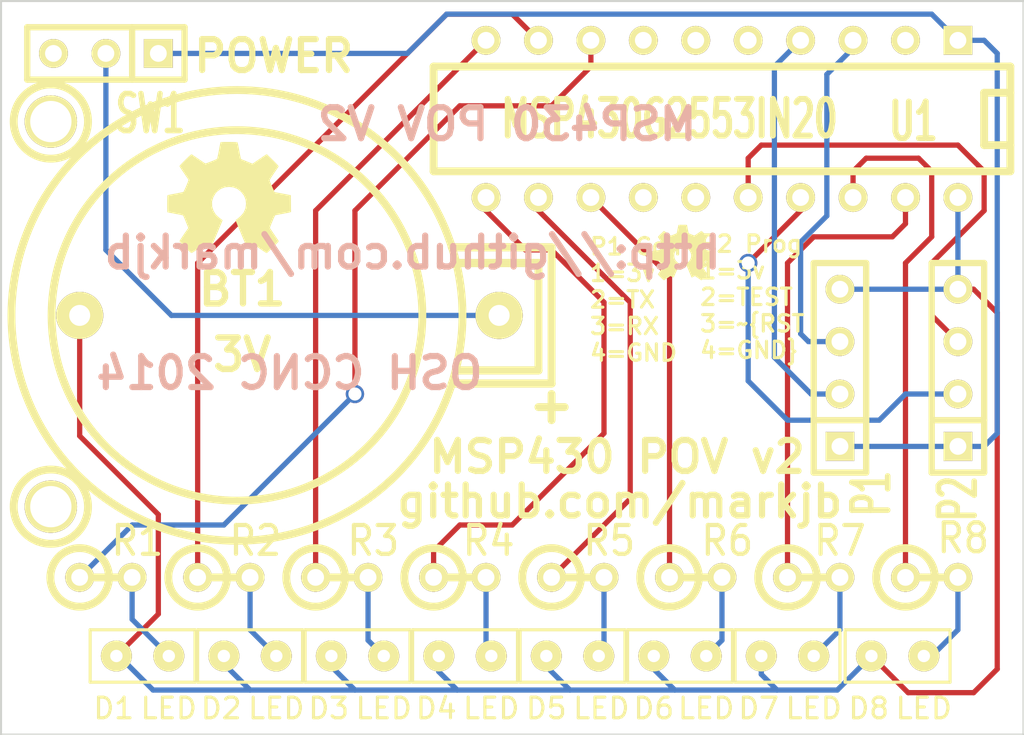
<source format=kicad_pcb>
(kicad_pcb (version 3) (host pcbnew "(2013-07-07 BZR 4022)-stable")

  (general
    (links 35)
    (no_connects 0)
    (area 86.134223 55.829999 135.940001 91.490001)
    (thickness 1.6)
    (drawings 13)
    (tracks 134)
    (zones 0)
    (modules 25)
    (nets 24)
  )

  (page A3)
  (layers
    (15 F.Cu signal)
    (0 B.Cu signal)
    (16 B.Adhes user hide)
    (17 F.Adhes user hide)
    (18 B.Paste user hide)
    (19 F.Paste user hide)
    (20 B.SilkS user)
    (21 F.SilkS user)
    (22 B.Mask user)
    (23 F.Mask user)
    (24 Dwgs.User user hide)
    (25 Cmts.User user hide)
    (26 Eco1.User user hide)
    (27 Eco2.User user hide)
    (28 Edge.Cuts user)
  )

  (setup
    (last_trace_width 0.254)
    (trace_clearance 0.254)
    (zone_clearance 0.508)
    (zone_45_only no)
    (trace_min 0.254)
    (segment_width 0.4)
    (edge_width 0.1)
    (via_size 0.889)
    (via_drill 0.635)
    (via_min_size 0.889)
    (via_min_drill 0.508)
    (uvia_size 0.508)
    (uvia_drill 0.127)
    (uvias_allowed no)
    (uvia_min_size 0.508)
    (uvia_min_drill 0.127)
    (pcb_text_width 0.3)
    (pcb_text_size 1.5 1.5)
    (mod_edge_width 0.2)
    (mod_text_size 1 1)
    (mod_text_width 0.15)
    (pad_size 2.54 2.54)
    (pad_drill 2)
    (pad_to_mask_clearance 0)
    (aux_axis_origin 0 0)
    (visible_elements FFFFFFBF)
    (pcbplotparams
      (layerselection 284196865)
      (usegerberextensions true)
      (excludeedgelayer false)
      (linewidth 0.150000)
      (plotframeref false)
      (viasonmask false)
      (mode 1)
      (useauxorigin false)
      (hpglpennumber 1)
      (hpglpenspeed 20)
      (hpglpendiameter 15)
      (hpglpenoverlay 2)
      (psnegative false)
      (psa4output false)
      (plotreference true)
      (plotvalue true)
      (plotothertext true)
      (plotinvisibletext false)
      (padsonsilk false)
      (subtractmaskfromsilk true)
      (outputformat 1)
      (mirror false)
      (drillshape 0)
      (scaleselection 1)
      (outputdirectory "C:/Users/mark/Documents/KiCad/Msp430 pov v2/thru hole pcb output/"))
  )

  (net 0 "")
  (net 1 N-000001)
  (net 2 N-0000010)
  (net 3 N-0000011)
  (net 4 N-0000012)
  (net 5 N-0000013)
  (net 6 N-0000014)
  (net 7 N-0000015)
  (net 8 N-0000016)
  (net 9 N-0000017)
  (net 10 N-0000018)
  (net 11 N-0000019)
  (net 12 N-000002)
  (net 13 N-0000020)
  (net 14 N-0000021)
  (net 15 N-0000028)
  (net 16 N-0000029)
  (net 17 N-000003)
  (net 18 N-000004)
  (net 19 N-000005)
  (net 20 N-000006)
  (net 21 N-000007)
  (net 22 N-000008)
  (net 23 N-000009)

  (net_class Default "This is the default net class."
    (clearance 0.254)
    (trace_width 0.254)
    (via_dia 0.889)
    (via_drill 0.635)
    (uvia_dia 0.508)
    (uvia_drill 0.127)
    (add_net "")
    (add_net N-000001)
    (add_net N-0000010)
    (add_net N-0000011)
    (add_net N-0000012)
    (add_net N-0000013)
    (add_net N-0000014)
    (add_net N-0000015)
    (add_net N-0000016)
    (add_net N-0000017)
    (add_net N-0000018)
    (add_net N-0000019)
    (add_net N-000002)
    (add_net N-0000020)
    (add_net N-0000021)
    (add_net N-0000028)
    (add_net N-0000029)
    (add_net N-000003)
    (add_net N-000004)
    (add_net N-000005)
    (add_net N-000006)
    (add_net N-000007)
    (add_net N-000008)
    (add_net N-000009)
  )

  (module LED_Rect (layer F.Cu) (tedit 53B90EB2) (tstamp 53B884A0)
    (at 91.948 87.63)
    (path /53B88192)
    (fp_text reference D1 (at -0.127 2.54) (layer F.SilkS)
      (effects (font (size 1 1) (thickness 0.15)))
    )
    (fp_text value LED (at 2.54 2.54) (layer F.SilkS)
      (effects (font (size 1 1) (thickness 0.15)))
    )
    (fp_line (start -1.27 -1.27) (end 3.81 -1.27) (layer F.SilkS) (width 0.15))
    (fp_line (start 3.81 -1.27) (end 3.81 1.27) (layer F.SilkS) (width 0.15))
    (fp_line (start 3.81 1.27) (end -1.27 1.27) (layer F.SilkS) (width 0.15))
    (fp_line (start -1.27 1.27) (end -1.27 -1.27) (layer F.SilkS) (width 0.15))
    (pad 1 thru_hole circle (at 0 0) (size 1.5 1.5) (drill 0.6)
      (layers *.Cu *.Mask F.SilkS)
      (net 16 N-0000029)
    )
    (pad 2 thru_hole circle (at 2.54 0) (size 1.5 1.5) (drill 0.6)
      (layers *.Cu *.Mask F.SilkS)
      (net 9 N-0000017)
    )
  )

  (module CR2032H-Tayda (layer F.Cu) (tedit 53B90F4D) (tstamp 53BA2155)
    (at 97.79 71.12)
    (path /53B88138)
    (fp_text reference BT1 (at 0.254 -1.27) (layer F.SilkS)
      (effects (font (size 1.524 1.524) (thickness 0.3048)))
    )
    (fp_text value 3V (at 0.254 1.905) (layer F.SilkS)
      (effects (font (size 1.524 1.524) (thickness 0.3048)))
    )
    (fp_line (start 14.605 2.667) (end 10.668 2.667) (layer F.SilkS) (width 0.4))
    (fp_line (start 15.24 3.302) (end 10.414 3.302) (layer F.SilkS) (width 0.4))
    (fp_line (start 15.24 -3.302) (end 10.414 -3.302) (layer F.SilkS) (width 0.4))
    (fp_line (start 14.605 -2.54) (end 10.795 -2.54) (layer F.SilkS) (width 0.4))
    (fp_line (start 15.24 3.81) (end 15.24 5.08) (layer F.SilkS) (width 0.381))
    (fp_line (start 14.605 4.445) (end 15.875 4.445) (layer F.SilkS) (width 0.381))
    (fp_line (start 14.605 -2.54) (end 14.605 2.54) (layer F.SilkS) (width 0.381))
    (fp_line (start 15.24 -3.175) (end 15.24 3.175) (layer F.SilkS) (width 0.381))
    (fp_circle (center 0 0) (end -1.27 -8.89) (layer F.SilkS) (width 0.381))
    (fp_circle (center 0 0) (end 6.35 8.89) (layer F.SilkS) (width 0.381))
    (pad 2 thru_hole circle (at -7.62 0) (size 2.286 2.286) (drill 1.016)
      (layers *.Cu *.Mask F.SilkS)
      (net 16 N-0000029)
    )
    (pad 1 thru_hole circle (at 12.7 0) (size 2.286 2.286) (drill 1.016)
      (layers *.Cu *.Mask F.SilkS)
      (net 10 N-0000018)
    )
  )

  (module SIL-4 (layer F.Cu) (tedit 53B90CE6) (tstamp 53B883F5)
    (at 132.715 73.66 90)
    (descr "Connecteur 4 pibs")
    (tags "CONN DEV")
    (path /53B8859D)
    (fp_text reference P2 (at -6.35 0 90) (layer F.SilkS)
      (effects (font (size 1.73482 1.08712) (thickness 0.3048)))
    )
    (fp_text value PROGRAM (at 0 -2.54 90) (layer F.SilkS) hide
      (effects (font (size 1.524 1.016) (thickness 0.3048)))
    )
    (fp_line (start -5.08 -1.27) (end -5.08 -1.27) (layer F.SilkS) (width 0.3048))
    (fp_line (start -5.08 1.27) (end -5.08 -1.27) (layer F.SilkS) (width 0.3048))
    (fp_line (start -5.08 -1.27) (end -5.08 -1.27) (layer F.SilkS) (width 0.3048))
    (fp_line (start -5.08 -1.27) (end 5.08 -1.27) (layer F.SilkS) (width 0.3048))
    (fp_line (start 5.08 -1.27) (end 5.08 1.27) (layer F.SilkS) (width 0.3048))
    (fp_line (start 5.08 1.27) (end -5.08 1.27) (layer F.SilkS) (width 0.3048))
    (fp_line (start -2.54 1.27) (end -2.54 -1.27) (layer F.SilkS) (width 0.3048))
    (pad 1 thru_hole rect (at -3.81 0 90) (size 1.397 1.397) (drill 0.8128)
      (layers *.Cu *.Mask F.SilkS)
      (net 15 N-0000028)
    )
    (pad 2 thru_hole circle (at -1.27 0 90) (size 1.397 1.397) (drill 0.8128)
      (layers *.Cu *.Mask F.SilkS)
      (net 2 N-0000010)
    )
    (pad 3 thru_hole circle (at 1.27 0 90) (size 1.397 1.397) (drill 0.8128)
      (layers *.Cu *.Mask F.SilkS)
      (net 3 N-0000011)
    )
    (pad 4 thru_hole circle (at 3.81 0 90) (size 1.397 1.397) (drill 0.8128)
      (layers *.Cu *.Mask F.SilkS)
      (net 16 N-0000029)
    )
  )

  (module SIL-4 (layer F.Cu) (tedit 53B90F27) (tstamp 53B88404)
    (at 127 73.66 90)
    (descr "Connecteur 4 pibs")
    (tags "CONN DEV")
    (path /53B88486)
    (fp_text reference P1 (at -6.096 1.524 90) (layer F.SilkS)
      (effects (font (size 1.73482 1.08712) (thickness 0.3048)))
    )
    (fp_text value SERIAL (at 0 -2.54 90) (layer F.SilkS) hide
      (effects (font (size 1.524 1.016) (thickness 0.3048)))
    )
    (fp_line (start -5.08 -1.27) (end -5.08 -1.27) (layer F.SilkS) (width 0.3048))
    (fp_line (start -5.08 1.27) (end -5.08 -1.27) (layer F.SilkS) (width 0.3048))
    (fp_line (start -5.08 -1.27) (end -5.08 -1.27) (layer F.SilkS) (width 0.3048))
    (fp_line (start -5.08 -1.27) (end 5.08 -1.27) (layer F.SilkS) (width 0.3048))
    (fp_line (start 5.08 -1.27) (end 5.08 1.27) (layer F.SilkS) (width 0.3048))
    (fp_line (start 5.08 1.27) (end -5.08 1.27) (layer F.SilkS) (width 0.3048))
    (fp_line (start -2.54 1.27) (end -2.54 -1.27) (layer F.SilkS) (width 0.3048))
    (pad 1 thru_hole rect (at -3.81 0 90) (size 1.397 1.397) (drill 0.8128)
      (layers *.Cu *.Mask F.SilkS)
      (net 15 N-0000028)
    )
    (pad 2 thru_hole circle (at -1.27 0 90) (size 1.397 1.397) (drill 0.8128)
      (layers *.Cu *.Mask F.SilkS)
      (net 4 N-0000012)
    )
    (pad 3 thru_hole circle (at 1.27 0 90) (size 1.397 1.397) (drill 0.8128)
      (layers *.Cu *.Mask F.SilkS)
      (net 5 N-0000013)
    )
    (pad 4 thru_hole circle (at 3.81 0 90) (size 1.397 1.397) (drill 0.8128)
      (layers *.Cu *.Mask F.SilkS)
      (net 16 N-0000029)
    )
  )

  (module SIL-3 (layer F.Cu) (tedit 53B934DF) (tstamp 53B88410)
    (at 91.44 58.42 180)
    (descr "Connecteur 3 pins")
    (tags "CONN DEV")
    (path /53B88160)
    (fp_text reference SW1 (at -2.159 -2.921 180) (layer F.SilkS)
      (effects (font (size 1.7907 1.07696) (thickness 0.3048)))
    )
    (fp_text value SPST (at 0 -2.54 180) (layer F.SilkS) hide
      (effects (font (size 1.524 1.016) (thickness 0.3048)))
    )
    (fp_line (start -3.81 1.27) (end -3.81 -1.27) (layer F.SilkS) (width 0.3048))
    (fp_line (start -3.81 -1.27) (end 3.81 -1.27) (layer F.SilkS) (width 0.3048))
    (fp_line (start 3.81 -1.27) (end 3.81 1.27) (layer F.SilkS) (width 0.3048))
    (fp_line (start 3.81 1.27) (end -3.81 1.27) (layer F.SilkS) (width 0.3048))
    (fp_line (start -1.27 -1.27) (end -1.27 1.27) (layer F.SilkS) (width 0.3048))
    (pad 1 thru_hole rect (at -2.54 0 180) (size 1.397 1.397) (drill 0.8128)
      (layers *.Cu *.Mask F.SilkS)
      (net 15 N-0000028)
    )
    (pad 2 thru_hole circle (at 0 0 180) (size 1.397 1.397) (drill 0.8128)
      (layers *.Cu *.Mask F.SilkS)
      (net 10 N-0000018)
    )
    (pad 3 thru_hole circle (at 2.54 0 180) (size 1.397 1.397) (drill 0.8128)
      (layers *.Cu *.Mask F.SilkS)
    )
  )

  (module R1 (layer F.Cu) (tedit 53B90E2C) (tstamp 53B88418)
    (at 131.445 83.82)
    (descr "Resistance verticale")
    (tags R)
    (path /53B8820D)
    (autoplace_cost90 10)
    (autoplace_cost180 10)
    (fp_text reference R8 (at 1.524 -1.905) (layer F.SilkS)
      (effects (font (size 1.397 1.27) (thickness 0.2032)))
    )
    (fp_text value R (at -1.143 2.54) (layer F.SilkS) hide
      (effects (font (size 1.397 1.27) (thickness 0.2032)))
    )
    (fp_line (start -1.27 0) (end 1.27 0) (layer F.SilkS) (width 0.381))
    (fp_circle (center -1.27 0) (end -0.635 1.27) (layer F.SilkS) (width 0.381))
    (pad 1 thru_hole circle (at -1.27 0) (size 1.397 1.397) (drill 0.8128)
      (layers *.Cu *.Mask F.SilkS)
      (net 7 N-0000015)
    )
    (pad 2 thru_hole circle (at 1.27 0) (size 1.397 1.397) (drill 0.8128)
      (layers *.Cu *.Mask F.SilkS)
      (net 21 N-000007)
    )
    (model discret/verti_resistor.wrl
      (at (xyz 0 0 0))
      (scale (xyz 1 1 1))
      (rotate (xyz 0 0 0))
    )
  )

  (module R1 (layer F.Cu) (tedit 53B90E47) (tstamp 53B88420)
    (at 125.73 83.82)
    (descr "Resistance verticale")
    (tags R)
    (path /53B88207)
    (autoplace_cost90 10)
    (autoplace_cost180 10)
    (fp_text reference R7 (at 1.27 -1.778) (layer F.SilkS)
      (effects (font (size 1.397 1.27) (thickness 0.2032)))
    )
    (fp_text value R (at -1.143 2.54) (layer F.SilkS) hide
      (effects (font (size 1.397 1.27) (thickness 0.2032)))
    )
    (fp_line (start -1.27 0) (end 1.27 0) (layer F.SilkS) (width 0.381))
    (fp_circle (center -1.27 0) (end -0.635 1.27) (layer F.SilkS) (width 0.381))
    (pad 1 thru_hole circle (at -1.27 0) (size 1.397 1.397) (drill 0.8128)
      (layers *.Cu *.Mask F.SilkS)
      (net 8 N-0000016)
    )
    (pad 2 thru_hole circle (at 1.27 0) (size 1.397 1.397) (drill 0.8128)
      (layers *.Cu *.Mask F.SilkS)
      (net 22 N-000008)
    )
    (model discret/verti_resistor.wrl
      (at (xyz 0 0 0))
      (scale (xyz 1 1 1))
      (rotate (xyz 0 0 0))
    )
  )

  (module R1 (layer F.Cu) (tedit 53B90E5D) (tstamp 53B88428)
    (at 120.015 83.82)
    (descr "Resistance verticale")
    (tags R)
    (path /53B88201)
    (autoplace_cost90 10)
    (autoplace_cost180 10)
    (fp_text reference R6 (at 1.524 -1.778) (layer F.SilkS)
      (effects (font (size 1.397 1.27) (thickness 0.2032)))
    )
    (fp_text value R (at -1.143 2.54) (layer F.SilkS) hide
      (effects (font (size 1.397 1.27) (thickness 0.2032)))
    )
    (fp_line (start -1.27 0) (end 1.27 0) (layer F.SilkS) (width 0.381))
    (fp_circle (center -1.27 0) (end -0.635 1.27) (layer F.SilkS) (width 0.381))
    (pad 1 thru_hole circle (at -1.27 0) (size 1.397 1.397) (drill 0.8128)
      (layers *.Cu *.Mask F.SilkS)
      (net 19 N-000005)
    )
    (pad 2 thru_hole circle (at 1.27 0) (size 1.397 1.397) (drill 0.8128)
      (layers *.Cu *.Mask F.SilkS)
      (net 23 N-000009)
    )
    (model discret/verti_resistor.wrl
      (at (xyz 0 0 0))
      (scale (xyz 1 1 1))
      (rotate (xyz 0 0 0))
    )
  )

  (module R1 (layer F.Cu) (tedit 53B90E63) (tstamp 53B88430)
    (at 114.3 83.82)
    (descr "Resistance verticale")
    (tags R)
    (path /53B881FB)
    (autoplace_cost90 10)
    (autoplace_cost180 10)
    (fp_text reference R5 (at 1.524 -1.778) (layer F.SilkS)
      (effects (font (size 1.397 1.27) (thickness 0.2032)))
    )
    (fp_text value R (at -1.143 2.54) (layer F.SilkS) hide
      (effects (font (size 1.397 1.27) (thickness 0.2032)))
    )
    (fp_line (start -1.27 0) (end 1.27 0) (layer F.SilkS) (width 0.381))
    (fp_circle (center -1.27 0) (end -0.635 1.27) (layer F.SilkS) (width 0.381))
    (pad 1 thru_hole circle (at -1.27 0) (size 1.397 1.397) (drill 0.8128)
      (layers *.Cu *.Mask F.SilkS)
      (net 18 N-000004)
    )
    (pad 2 thru_hole circle (at 1.27 0) (size 1.397 1.397) (drill 0.8128)
      (layers *.Cu *.Mask F.SilkS)
      (net 6 N-0000014)
    )
    (model discret/verti_resistor.wrl
      (at (xyz 0 0 0))
      (scale (xyz 1 1 1))
      (rotate (xyz 0 0 0))
    )
  )

  (module R1 (layer F.Cu) (tedit 53B90E6B) (tstamp 53B88438)
    (at 108.585 83.82)
    (descr "Resistance verticale")
    (tags R)
    (path /53B881F5)
    (autoplace_cost90 10)
    (autoplace_cost180 10)
    (fp_text reference R4 (at 1.397 -1.778) (layer F.SilkS)
      (effects (font (size 1.397 1.27) (thickness 0.2032)))
    )
    (fp_text value R (at -1.143 2.54) (layer F.SilkS) hide
      (effects (font (size 1.397 1.27) (thickness 0.2032)))
    )
    (fp_line (start -1.27 0) (end 1.27 0) (layer F.SilkS) (width 0.381))
    (fp_circle (center -1.27 0) (end -0.635 1.27) (layer F.SilkS) (width 0.381))
    (pad 1 thru_hole circle (at -1.27 0) (size 1.397 1.397) (drill 0.8128)
      (layers *.Cu *.Mask F.SilkS)
      (net 17 N-000003)
    )
    (pad 2 thru_hole circle (at 1.27 0) (size 1.397 1.397) (drill 0.8128)
      (layers *.Cu *.Mask F.SilkS)
      (net 14 N-0000021)
    )
    (model discret/verti_resistor.wrl
      (at (xyz 0 0 0))
      (scale (xyz 1 1 1))
      (rotate (xyz 0 0 0))
    )
  )

  (module R1 (layer F.Cu) (tedit 53B90E6F) (tstamp 53B88440)
    (at 102.87 83.82)
    (descr "Resistance verticale")
    (tags R)
    (path /53B881EF)
    (autoplace_cost90 10)
    (autoplace_cost180 10)
    (fp_text reference R3 (at 1.524 -1.778) (layer F.SilkS)
      (effects (font (size 1.397 1.27) (thickness 0.2032)))
    )
    (fp_text value R (at -1.143 2.54) (layer F.SilkS) hide
      (effects (font (size 1.397 1.27) (thickness 0.2032)))
    )
    (fp_line (start -1.27 0) (end 1.27 0) (layer F.SilkS) (width 0.381))
    (fp_circle (center -1.27 0) (end -0.635 1.27) (layer F.SilkS) (width 0.381))
    (pad 1 thru_hole circle (at -1.27 0) (size 1.397 1.397) (drill 0.8128)
      (layers *.Cu *.Mask F.SilkS)
      (net 12 N-000002)
    )
    (pad 2 thru_hole circle (at 1.27 0) (size 1.397 1.397) (drill 0.8128)
      (layers *.Cu *.Mask F.SilkS)
      (net 13 N-0000020)
    )
    (model discret/verti_resistor.wrl
      (at (xyz 0 0 0))
      (scale (xyz 1 1 1))
      (rotate (xyz 0 0 0))
    )
  )

  (module R1 (layer F.Cu) (tedit 53B90E84) (tstamp 53B88448)
    (at 97.155 83.82)
    (descr "Resistance verticale")
    (tags R)
    (path /53B881DF)
    (autoplace_cost90 10)
    (autoplace_cost180 10)
    (fp_text reference R2 (at 1.524 -1.778) (layer F.SilkS)
      (effects (font (size 1.397 1.27) (thickness 0.2032)))
    )
    (fp_text value R (at -1.143 2.54) (layer F.SilkS) hide
      (effects (font (size 1.397 1.27) (thickness 0.2032)))
    )
    (fp_line (start -1.27 0) (end 1.27 0) (layer F.SilkS) (width 0.381))
    (fp_circle (center -1.27 0) (end -0.635 1.27) (layer F.SilkS) (width 0.381))
    (pad 1 thru_hole circle (at -1.27 0) (size 1.397 1.397) (drill 0.8128)
      (layers *.Cu *.Mask F.SilkS)
      (net 1 N-000001)
    )
    (pad 2 thru_hole circle (at 1.27 0) (size 1.397 1.397) (drill 0.8128)
      (layers *.Cu *.Mask F.SilkS)
      (net 11 N-0000019)
    )
    (model discret/verti_resistor.wrl
      (at (xyz 0 0 0))
      (scale (xyz 1 1 1))
      (rotate (xyz 0 0 0))
    )
  )

  (module R1 (layer F.Cu) (tedit 53B90E89) (tstamp 53B88450)
    (at 91.44 83.82)
    (descr "Resistance verticale")
    (tags R)
    (path /53B881D2)
    (autoplace_cost90 10)
    (autoplace_cost180 10)
    (fp_text reference R1 (at 1.524 -1.778) (layer F.SilkS)
      (effects (font (size 1.397 1.27) (thickness 0.2032)))
    )
    (fp_text value R (at -1.143 2.54) (layer F.SilkS) hide
      (effects (font (size 1.397 1.27) (thickness 0.2032)))
    )
    (fp_line (start -1.27 0) (end 1.27 0) (layer F.SilkS) (width 0.381))
    (fp_circle (center -1.27 0) (end -0.635 1.27) (layer F.SilkS) (width 0.381))
    (pad 1 thru_hole circle (at -1.27 0) (size 1.397 1.397) (drill 0.8128)
      (layers *.Cu *.Mask F.SilkS)
      (net 20 N-000006)
    )
    (pad 2 thru_hole circle (at 1.27 0) (size 1.397 1.397) (drill 0.8128)
      (layers *.Cu *.Mask F.SilkS)
      (net 9 N-0000017)
    )
    (model discret/verti_resistor.wrl
      (at (xyz 0 0 0))
      (scale (xyz 1 1 1))
      (rotate (xyz 0 0 0))
    )
  )

  (module LED_Rect (layer F.Cu) (tedit 53B90F19) (tstamp 53B8845A)
    (at 128.524 87.63)
    (path /53B881C3)
    (fp_text reference D8 (at -0.127 2.54) (layer F.SilkS)
      (effects (font (size 1 1) (thickness 0.15)))
    )
    (fp_text value LED (at 2.54 2.54) (layer F.SilkS)
      (effects (font (size 1 1) (thickness 0.15)))
    )
    (fp_line (start -1.27 -1.27) (end 3.81 -1.27) (layer F.SilkS) (width 0.15))
    (fp_line (start 3.81 -1.27) (end 3.81 1.27) (layer F.SilkS) (width 0.15))
    (fp_line (start 3.81 1.27) (end -1.27 1.27) (layer F.SilkS) (width 0.15))
    (fp_line (start -1.27 1.27) (end -1.27 -1.27) (layer F.SilkS) (width 0.15))
    (pad 1 thru_hole circle (at 0 0) (size 1.5 1.5) (drill 0.6)
      (layers *.Cu *.Mask F.SilkS)
      (net 16 N-0000029)
    )
    (pad 2 thru_hole circle (at 2.54 0) (size 1.5 1.5) (drill 0.6)
      (layers *.Cu *.Mask F.SilkS)
      (net 21 N-000007)
    )
  )

  (module LED_Rect (layer F.Cu) (tedit 53B90F10) (tstamp 53B88464)
    (at 123.19 87.63)
    (path /53B881BD)
    (fp_text reference D7 (at -0.127 2.54) (layer F.SilkS)
      (effects (font (size 1 1) (thickness 0.15)))
    )
    (fp_text value LED (at 2.54 2.54) (layer F.SilkS)
      (effects (font (size 1 1) (thickness 0.15)))
    )
    (fp_line (start -1.27 -1.27) (end 3.81 -1.27) (layer F.SilkS) (width 0.15))
    (fp_line (start 3.81 -1.27) (end 3.81 1.27) (layer F.SilkS) (width 0.15))
    (fp_line (start 3.81 1.27) (end -1.27 1.27) (layer F.SilkS) (width 0.15))
    (fp_line (start -1.27 1.27) (end -1.27 -1.27) (layer F.SilkS) (width 0.15))
    (pad 1 thru_hole circle (at 0 0) (size 1.5 1.5) (drill 0.6)
      (layers *.Cu *.Mask F.SilkS)
      (net 16 N-0000029)
    )
    (pad 2 thru_hole circle (at 2.54 0) (size 1.5 1.5) (drill 0.6)
      (layers *.Cu *.Mask F.SilkS)
      (net 22 N-000008)
    )
  )

  (module LED_Rect (layer F.Cu) (tedit 53B90EF8) (tstamp 53B8846E)
    (at 117.983 87.63)
    (path /53B881B7)
    (fp_text reference D6 (at 0 2.54) (layer F.SilkS)
      (effects (font (size 1 1) (thickness 0.15)))
    )
    (fp_text value LED (at 2.54 2.54) (layer F.SilkS)
      (effects (font (size 1 1) (thickness 0.15)))
    )
    (fp_line (start -1.27 -1.27) (end 3.81 -1.27) (layer F.SilkS) (width 0.15))
    (fp_line (start 3.81 -1.27) (end 3.81 1.27) (layer F.SilkS) (width 0.15))
    (fp_line (start 3.81 1.27) (end -1.27 1.27) (layer F.SilkS) (width 0.15))
    (fp_line (start -1.27 1.27) (end -1.27 -1.27) (layer F.SilkS) (width 0.15))
    (pad 1 thru_hole circle (at 0 0) (size 1.5 1.5) (drill 0.6)
      (layers *.Cu *.Mask F.SilkS)
      (net 16 N-0000029)
    )
    (pad 2 thru_hole circle (at 2.54 0) (size 1.5 1.5) (drill 0.6)
      (layers *.Cu *.Mask F.SilkS)
      (net 23 N-000009)
    )
  )

  (module LED_Rect (layer F.Cu) (tedit 53B90EF2) (tstamp 53B88478)
    (at 112.776 87.63)
    (path /53B881B1)
    (fp_text reference D5 (at 0 2.54) (layer F.SilkS)
      (effects (font (size 1 1) (thickness 0.15)))
    )
    (fp_text value LED (at 2.667 2.54) (layer F.SilkS)
      (effects (font (size 1 1) (thickness 0.15)))
    )
    (fp_line (start -1.27 -1.27) (end 3.81 -1.27) (layer F.SilkS) (width 0.15))
    (fp_line (start 3.81 -1.27) (end 3.81 1.27) (layer F.SilkS) (width 0.15))
    (fp_line (start 3.81 1.27) (end -1.27 1.27) (layer F.SilkS) (width 0.15))
    (fp_line (start -1.27 1.27) (end -1.27 -1.27) (layer F.SilkS) (width 0.15))
    (pad 1 thru_hole circle (at 0 0) (size 1.5 1.5) (drill 0.6)
      (layers *.Cu *.Mask F.SilkS)
      (net 16 N-0000029)
    )
    (pad 2 thru_hole circle (at 2.54 0) (size 1.5 1.5) (drill 0.6)
      (layers *.Cu *.Mask F.SilkS)
      (net 6 N-0000014)
    )
  )

  (module LED_Rect (layer F.Cu) (tedit 53B90EE6) (tstamp 53B88482)
    (at 107.569 87.63)
    (path /53B881AB)
    (fp_text reference D4 (at -0.127 2.54) (layer F.SilkS)
      (effects (font (size 1 1) (thickness 0.15)))
    )
    (fp_text value LED (at 2.54 2.54) (layer F.SilkS)
      (effects (font (size 1 1) (thickness 0.15)))
    )
    (fp_line (start -1.27 -1.27) (end 3.81 -1.27) (layer F.SilkS) (width 0.15))
    (fp_line (start 3.81 -1.27) (end 3.81 1.27) (layer F.SilkS) (width 0.15))
    (fp_line (start 3.81 1.27) (end -1.27 1.27) (layer F.SilkS) (width 0.15))
    (fp_line (start -1.27 1.27) (end -1.27 -1.27) (layer F.SilkS) (width 0.15))
    (pad 1 thru_hole circle (at 0 0) (size 1.5 1.5) (drill 0.6)
      (layers *.Cu *.Mask F.SilkS)
      (net 16 N-0000029)
    )
    (pad 2 thru_hole circle (at 2.54 0) (size 1.5 1.5) (drill 0.6)
      (layers *.Cu *.Mask F.SilkS)
      (net 14 N-0000021)
    )
  )

  (module LED_Rect (layer F.Cu) (tedit 53B90EDA) (tstamp 53B8848C)
    (at 102.362 87.63)
    (path /53B881A5)
    (fp_text reference D3 (at -0.127 2.54) (layer F.SilkS)
      (effects (font (size 1 1) (thickness 0.15)))
    )
    (fp_text value LED (at 2.54 2.54) (layer F.SilkS)
      (effects (font (size 1 1) (thickness 0.15)))
    )
    (fp_line (start -1.27 -1.27) (end 3.81 -1.27) (layer F.SilkS) (width 0.15))
    (fp_line (start 3.81 -1.27) (end 3.81 1.27) (layer F.SilkS) (width 0.15))
    (fp_line (start 3.81 1.27) (end -1.27 1.27) (layer F.SilkS) (width 0.15))
    (fp_line (start -1.27 1.27) (end -1.27 -1.27) (layer F.SilkS) (width 0.15))
    (pad 1 thru_hole circle (at 0 0) (size 1.5 1.5) (drill 0.6)
      (layers *.Cu *.Mask F.SilkS)
      (net 16 N-0000029)
    )
    (pad 2 thru_hole circle (at 2.54 0) (size 1.5 1.5) (drill 0.6)
      (layers *.Cu *.Mask F.SilkS)
      (net 13 N-0000020)
    )
  )

  (module LED_Rect (layer F.Cu) (tedit 53B90EBB) (tstamp 53B88496)
    (at 97.155 87.63)
    (path /53B8819F)
    (fp_text reference D2 (at -0.127 2.54) (layer F.SilkS)
      (effects (font (size 1 1) (thickness 0.15)))
    )
    (fp_text value LED (at 2.54 2.54) (layer F.SilkS)
      (effects (font (size 1 1) (thickness 0.15)))
    )
    (fp_line (start -1.27 -1.27) (end 3.81 -1.27) (layer F.SilkS) (width 0.15))
    (fp_line (start 3.81 -1.27) (end 3.81 1.27) (layer F.SilkS) (width 0.15))
    (fp_line (start 3.81 1.27) (end -1.27 1.27) (layer F.SilkS) (width 0.15))
    (fp_line (start -1.27 1.27) (end -1.27 -1.27) (layer F.SilkS) (width 0.15))
    (pad 1 thru_hole circle (at 0 0) (size 1.5 1.5) (drill 0.6)
      (layers *.Cu *.Mask F.SilkS)
      (net 16 N-0000029)
    )
    (pad 2 thru_hole circle (at 2.54 0) (size 1.5 1.5) (drill 0.6)
      (layers *.Cu *.Mask F.SilkS)
      (net 11 N-0000019)
    )
  )

  (module DIP-20__300 (layer F.Cu) (tedit 53B93C98) (tstamp 53B884BF)
    (at 121.285 61.595 180)
    (descr "20 pins DIL package, round pads")
    (tags DIL)
    (path /53B88129)
    (fp_text reference U1 (at -9.271 -0.127 180) (layer F.SilkS)
      (effects (font (size 1.778 1.143) (thickness 0.3048)))
    )
    (fp_text value MSP430G2553IN20 (at 2.54 0 180) (layer F.SilkS)
      (effects (font (size 1.778 1.143) (thickness 0.3048)))
    )
    (fp_line (start -13.97 -1.27) (end -12.7 -1.27) (layer F.SilkS) (width 0.381))
    (fp_line (start -12.7 -1.27) (end -12.7 1.27) (layer F.SilkS) (width 0.381))
    (fp_line (start -12.7 1.27) (end -13.97 1.27) (layer F.SilkS) (width 0.381))
    (fp_line (start -13.97 -2.54) (end 13.97 -2.54) (layer F.SilkS) (width 0.381))
    (fp_line (start 13.97 -2.54) (end 13.97 2.54) (layer F.SilkS) (width 0.381))
    (fp_line (start 13.97 2.54) (end -13.97 2.54) (layer F.SilkS) (width 0.381))
    (fp_line (start -13.97 2.54) (end -13.97 -2.54) (layer F.SilkS) (width 0.381))
    (pad 1 thru_hole rect (at -11.43 3.81 180) (size 1.397 1.397) (drill 0.8128)
      (layers *.Cu *.Mask F.SilkS)
      (net 15 N-0000028)
    )
    (pad 2 thru_hole circle (at -8.89 3.81 180) (size 1.397 1.397) (drill 0.8128)
      (layers *.Cu *.Mask F.SilkS)
    )
    (pad 3 thru_hole circle (at -6.35 3.81 180) (size 1.397 1.397) (drill 0.8128)
      (layers *.Cu *.Mask F.SilkS)
      (net 5 N-0000013)
    )
    (pad 4 thru_hole circle (at -3.81 3.81 180) (size 1.397 1.397) (drill 0.8128)
      (layers *.Cu *.Mask F.SilkS)
      (net 4 N-0000012)
    )
    (pad 5 thru_hole circle (at -1.27 3.81 180) (size 1.397 1.397) (drill 0.8128)
      (layers *.Cu *.Mask F.SilkS)
    )
    (pad 6 thru_hole circle (at 1.27 3.81 180) (size 1.397 1.397) (drill 0.8128)
      (layers *.Cu *.Mask F.SilkS)
    )
    (pad 7 thru_hole circle (at 3.81 3.81 180) (size 1.397 1.397) (drill 0.8128)
      (layers *.Cu *.Mask F.SilkS)
    )
    (pad 8 thru_hole circle (at 6.35 3.81 180) (size 1.397 1.397) (drill 0.8128)
      (layers *.Cu *.Mask F.SilkS)
      (net 20 N-000006)
    )
    (pad 9 thru_hole circle (at 8.89 3.81 180) (size 1.397 1.397) (drill 0.8128)
      (layers *.Cu *.Mask F.SilkS)
      (net 1 N-000001)
    )
    (pad 10 thru_hole circle (at 11.43 3.81 180) (size 1.397 1.397) (drill 0.8128)
      (layers *.Cu *.Mask F.SilkS)
      (net 12 N-000002)
    )
    (pad 11 thru_hole circle (at 11.43 -3.81 180) (size 1.397 1.397) (drill 0.8128)
      (layers *.Cu *.Mask F.SilkS)
      (net 17 N-000003)
    )
    (pad 12 thru_hole circle (at 8.89 -3.81 180) (size 1.397 1.397) (drill 0.8128)
      (layers *.Cu *.Mask F.SilkS)
      (net 18 N-000004)
    )
    (pad 13 thru_hole circle (at 6.35 -3.81 180) (size 1.397 1.397) (drill 0.8128)
      (layers *.Cu *.Mask F.SilkS)
      (net 19 N-000005)
    )
    (pad 14 thru_hole circle (at 3.81 -3.81 180) (size 1.397 1.397) (drill 0.8128)
      (layers *.Cu *.Mask F.SilkS)
    )
    (pad 15 thru_hole circle (at 1.27 -3.81 180) (size 1.397 1.397) (drill 0.8128)
      (layers *.Cu *.Mask F.SilkS)
    )
    (pad 16 thru_hole circle (at -1.27 -3.81 180) (size 1.397 1.397) (drill 0.8128)
      (layers *.Cu *.Mask F.SilkS)
      (net 3 N-0000011)
    )
    (pad 17 thru_hole circle (at -3.81 -3.81 180) (size 1.397 1.397) (drill 0.8128)
      (layers *.Cu *.Mask F.SilkS)
      (net 2 N-0000010)
    )
    (pad 18 thru_hole circle (at -6.35 -3.81 180) (size 1.397 1.397) (drill 0.8128)
      (layers *.Cu *.Mask F.SilkS)
      (net 7 N-0000015)
    )
    (pad 19 thru_hole circle (at -8.89 -3.81 180) (size 1.397 1.397) (drill 0.8128)
      (layers *.Cu *.Mask F.SilkS)
      (net 8 N-0000016)
    )
    (pad 20 thru_hole circle (at -11.43 -3.81 180) (size 1.397 1.397) (drill 0.8128)
      (layers *.Cu *.Mask F.SilkS)
      (net 16 N-0000029)
    )
    (model dil/dil_20.wrl
      (at (xyz 0 0 0))
      (scale (xyz 1 1 1))
      (rotate (xyz 0 0 0))
    )
  )

  (module 2mm (layer F.Cu) (tedit 53B94010) (tstamp 53BB35E5)
    (at 88.773 61.722)
    (descr "module 1 pin (ou trou mecanique de percage)")
    (tags DEV)
    (path 1pin)
    (fp_text reference 1PIN (at 0 -3.048) (layer F.SilkS) hide
      (effects (font (size 1.016 1.016) (thickness 0.254)))
    )
    (fp_text value P*** (at 0 2.794) (layer F.SilkS) hide
      (effects (font (size 1.016 1.016) (thickness 0.254)))
    )
    (fp_circle (center 0 0) (end 0 -1.8) (layer F.SilkS) (width 0.381))
    (pad "" thru_hole circle (at 0 0) (size 2.54 2.54) (drill 2)
      (layers *.Cu *.Mask F.SilkS)
    )
  )

  (module 2mm (layer F.Cu) (tedit 53B94018) (tstamp 53BB35F2)
    (at 88.773 80.391)
    (descr "module 1 pin (ou trou mecanique de percage)")
    (tags DEV)
    (path 1pin)
    (fp_text reference 1PIN (at 0 -3.048) (layer F.SilkS) hide
      (effects (font (size 1.016 1.016) (thickness 0.254)))
    )
    (fp_text value P*** (at 0 2.794) (layer F.SilkS) hide
      (effects (font (size 1.016 1.016) (thickness 0.254)))
    )
    (fp_circle (center 0 0) (end 0 -1.8) (layer F.SilkS) (width 0.381))
    (pad "" thru_hole circle (at 0 0) (size 2.54 2.54) (drill 2)
      (layers *.Cu *.Mask F.SilkS)
    )
  )

  (module OSHW-logo_silkscreen-back_6mm (layer F.Cu) (tedit 0) (tstamp 53BB377B)
    (at 97.409 65.405)
    (fp_text reference G*** (at 0 3.18008) (layer F.SilkS) hide
      (effects (font (size 0.27178 0.27178) (thickness 0.05334)))
    )
    (fp_text value OSHW-logo_silkscreen-back_6mm (at 0 -3.18008) (layer F.SilkS) hide
      (effects (font (size 0.27178 0.27178) (thickness 0.05334)))
    )
    (fp_poly (pts (xy 1.81864 2.69494) (xy 1.78562 2.67716) (xy 1.71704 2.63398) (xy 1.61544 2.56794)
      (xy 1.4986 2.4892) (xy 1.37922 2.40792) (xy 1.28016 2.34188) (xy 1.21158 2.2987)
      (xy 1.18364 2.28346) (xy 1.1684 2.28854) (xy 1.11252 2.31648) (xy 1.03124 2.35966)
      (xy 0.98298 2.38252) (xy 0.90678 2.41554) (xy 0.87122 2.42316) (xy 0.8636 2.413)
      (xy 0.83566 2.35458) (xy 0.79248 2.25552) (xy 0.7366 2.12598) (xy 0.67056 1.97358)
      (xy 0.60198 1.80848) (xy 0.5334 1.64084) (xy 0.46736 1.48336) (xy 0.4064 1.33858)
      (xy 0.36068 1.22174) (xy 0.3302 1.14046) (xy 0.3175 1.1049) (xy 0.32258 1.09728)
      (xy 0.35814 1.06172) (xy 0.42418 1.01346) (xy 0.56642 0.89662) (xy 0.70612 0.72136)
      (xy 0.79248 0.52324) (xy 0.82042 0.30226) (xy 0.79756 0.09906) (xy 0.71628 -0.09652)
      (xy 0.57912 -0.27432) (xy 0.41148 -0.4064) (xy 0.21844 -0.48768) (xy 0 -0.51562)
      (xy -0.20828 -0.49276) (xy -0.40894 -0.41402) (xy -0.58674 -0.2794) (xy -0.6604 -0.19304)
      (xy -0.76454 -0.0127) (xy -0.82296 0.1778) (xy -0.82804 0.22606) (xy -0.82042 0.43688)
      (xy -0.75692 0.64008) (xy -0.6477 0.82042) (xy -0.49276 0.96774) (xy -0.47244 0.98298)
      (xy -0.40132 1.03632) (xy -0.35306 1.07188) (xy -0.31496 1.10236) (xy -0.5842 1.75006)
      (xy -0.62738 1.85166) (xy -0.70104 2.02692) (xy -0.76454 2.17932) (xy -0.81788 2.30124)
      (xy -0.85344 2.38252) (xy -0.86868 2.41554) (xy -0.87122 2.41554) (xy -0.89408 2.42062)
      (xy -0.94234 2.40284) (xy -1.03378 2.35966) (xy -1.0922 2.32918) (xy -1.16078 2.29616)
      (xy -1.19126 2.28346) (xy -1.2192 2.29616) (xy -1.28524 2.33934) (xy -1.37922 2.40538)
      (xy -1.49606 2.48158) (xy -1.60528 2.55778) (xy -1.70688 2.62382) (xy -1.78054 2.67208)
      (xy -1.8161 2.68986) (xy -1.82118 2.68986) (xy -1.8542 2.67208) (xy -1.91262 2.62382)
      (xy -1.99898 2.54) (xy -2.12344 2.41808) (xy -2.14376 2.4003) (xy -2.24536 2.29616)
      (xy -2.32918 2.20726) (xy -2.38506 2.1463) (xy -2.40538 2.11836) (xy -2.40538 2.11836)
      (xy -2.38506 2.0828) (xy -2.33934 2.00914) (xy -2.2733 1.90754) (xy -2.19202 1.78562)
      (xy -1.97612 1.47574) (xy -2.0955 1.18364) (xy -2.13106 1.0922) (xy -2.17678 0.98298)
      (xy -2.2098 0.90678) (xy -2.22758 0.87122) (xy -2.2606 0.86106) (xy -2.33934 0.84074)
      (xy -2.45618 0.81788) (xy -2.59588 0.79248) (xy -2.72796 0.76708) (xy -2.84734 0.74422)
      (xy -2.9337 0.72898) (xy -2.9718 0.72136) (xy -2.98196 0.71374) (xy -2.98958 0.69596)
      (xy -2.99466 0.65532) (xy -2.9972 0.58166) (xy -2.99974 0.46736) (xy -2.99974 0.30226)
      (xy -2.99974 0.28448) (xy -2.9972 0.127) (xy -2.99466 0.00254) (xy -2.98958 -0.07874)
      (xy -2.9845 -0.11176) (xy -2.9845 -0.11176) (xy -2.9464 -0.12192) (xy -2.86258 -0.1397)
      (xy -2.7432 -0.16256) (xy -2.60096 -0.1905) (xy -2.5908 -0.1905) (xy -2.44856 -0.21844)
      (xy -2.33172 -0.24384) (xy -2.2479 -0.26162) (xy -2.21234 -0.27432) (xy -2.20472 -0.28448)
      (xy -2.17678 -0.34036) (xy -2.13614 -0.42672) (xy -2.08788 -0.5334) (xy -2.04216 -0.64516)
      (xy -2.00152 -0.74676) (xy -1.97612 -0.82042) (xy -1.9685 -0.85598) (xy -1.9685 -0.85598)
      (xy -1.98882 -0.889) (xy -2.03708 -0.96266) (xy -2.1082 -1.06426) (xy -2.18948 -1.18618)
      (xy -2.1971 -1.19634) (xy -2.27838 -1.31572) (xy -2.34442 -1.41732) (xy -2.3876 -1.48844)
      (xy -2.40538 -1.52146) (xy -2.40538 -1.524) (xy -2.37744 -1.55956) (xy -2.31648 -1.62814)
      (xy -2.22758 -1.71958) (xy -2.12344 -1.82372) (xy -2.09042 -1.85674) (xy -1.97358 -1.97104)
      (xy -1.8923 -2.0447) (xy -1.8415 -2.08534) (xy -1.81864 -2.0955) (xy -1.8161 -2.09296)
      (xy -1.78054 -2.07264) (xy -1.70434 -2.02184) (xy -1.60274 -1.95326) (xy -1.48082 -1.86944)
      (xy -1.4732 -1.86436) (xy -1.35128 -1.78308) (xy -1.25222 -1.7145) (xy -1.1811 -1.66878)
      (xy -1.15062 -1.651) (xy -1.14554 -1.651) (xy -1.09728 -1.6637) (xy -1.01092 -1.69418)
      (xy -0.90678 -1.73482) (xy -0.79502 -1.778) (xy -0.69342 -1.82118) (xy -0.61976 -1.85674)
      (xy -0.5842 -1.87706) (xy -0.58166 -1.87706) (xy -0.56896 -1.92024) (xy -0.54864 -2.01168)
      (xy -0.52324 -2.1336) (xy -0.4953 -2.28092) (xy -0.49022 -2.30378) (xy -0.46482 -2.44856)
      (xy -0.44196 -2.5654) (xy -0.42418 -2.64668) (xy -0.41656 -2.68224) (xy -0.39624 -2.68478)
      (xy -0.32512 -2.68986) (xy -0.21844 -2.69494) (xy -0.0889 -2.69494) (xy 0.04572 -2.69494)
      (xy 0.1778 -2.6924) (xy 0.28956 -2.68732) (xy 0.37084 -2.68224) (xy 0.4064 -2.67462)
      (xy 0.4064 -2.67208) (xy 0.4191 -2.6289) (xy 0.43942 -2.54) (xy 0.46482 -2.41554)
      (xy 0.49276 -2.26822) (xy 0.49784 -2.24028) (xy 0.52324 -2.09804) (xy 0.54864 -1.9812)
      (xy 0.56642 -1.90246) (xy 0.57404 -1.86944) (xy 0.58674 -1.86436) (xy 0.64516 -1.83642)
      (xy 0.74168 -1.79832) (xy 0.86106 -1.75006) (xy 1.13538 -1.6383) (xy 1.47066 -1.86944)
      (xy 1.50114 -1.88976) (xy 1.62306 -1.97358) (xy 1.72212 -2.03962) (xy 1.79324 -2.0828)
      (xy 1.82118 -2.10058) (xy 1.82372 -2.09804) (xy 1.85674 -2.0701) (xy 1.92278 -2.0066)
      (xy 2.01422 -1.9177) (xy 2.1209 -1.81356) (xy 2.19964 -1.73482) (xy 2.29108 -1.64084)
      (xy 2.3495 -1.57734) (xy 2.38252 -1.5367) (xy 2.39522 -1.5113) (xy 2.39014 -1.49352)
      (xy 2.36982 -1.4605) (xy 2.31902 -1.38684) (xy 2.25044 -1.2827) (xy 2.16916 -1.16586)
      (xy 2.10058 -1.06426) (xy 2.02692 -0.9525) (xy 1.9812 -0.87122) (xy 1.96342 -0.83312)
      (xy 1.9685 -0.81534) (xy 1.99136 -0.7493) (xy 2.032 -0.65024) (xy 2.0828 -0.53086)
      (xy 2.19964 -0.26416) (xy 2.3749 -0.23114) (xy 2.47904 -0.21082) (xy 2.6289 -0.18288)
      (xy 2.77114 -0.15494) (xy 2.99212 -0.11176) (xy 2.99974 0.6985) (xy 2.96418 0.71374)
      (xy 2.93116 0.7239) (xy 2.84988 0.74168) (xy 2.73304 0.76454) (xy 2.59588 0.78994)
      (xy 2.4765 0.8128) (xy 2.35966 0.83566) (xy 2.2733 0.8509) (xy 2.2352 0.85852)
      (xy 2.22758 0.87122) (xy 2.1971 0.92964) (xy 2.15392 1.02108) (xy 2.1082 1.1303)
      (xy 2.05994 1.2446) (xy 2.0193 1.34874) (xy 1.98882 1.43002) (xy 1.97866 1.47066)
      (xy 1.9939 1.50114) (xy 2.03962 1.57226) (xy 2.10566 1.67132) (xy 2.1844 1.78816)
      (xy 2.26568 1.90754) (xy 2.33426 2.0066) (xy 2.38252 2.08026) (xy 2.4003 2.11328)
      (xy 2.39014 2.13614) (xy 2.34442 2.19202) (xy 2.25552 2.28346) (xy 2.12344 2.41554)
      (xy 2.10058 2.43586) (xy 1.99644 2.53746) (xy 1.90754 2.61874) (xy 1.84658 2.67462)
      (xy 1.81864 2.69494)) (layer F.SilkS) (width 0.00254))
  )

  (module OSHW-logo_silkscreen-front_3mm (layer F.Cu) (tedit 0) (tstamp 53BB3A1D)
    (at 119.38 68.072)
    (fp_text reference G*** (at 0 1.59004) (layer F.SilkS) hide
      (effects (font (size 0.13462 0.13462) (thickness 0.0254)))
    )
    (fp_text value OSHW-logo_silkscreen-front_3mm (at 0 -1.59004) (layer F.SilkS) hide
      (effects (font (size 0.13462 0.13462) (thickness 0.0254)))
    )
    (fp_poly (pts (xy -0.90932 1.3462) (xy -0.89154 1.33858) (xy -0.85852 1.31572) (xy -0.80772 1.2827)
      (xy -0.7493 1.2446) (xy -0.68834 1.20396) (xy -0.64008 1.17094) (xy -0.60452 1.14808)
      (xy -0.59182 1.14046) (xy -0.5842 1.143) (xy -0.55626 1.15824) (xy -0.51562 1.17856)
      (xy -0.49022 1.19126) (xy -0.45212 1.2065) (xy -0.43434 1.21158) (xy -0.4318 1.2065)
      (xy -0.41656 1.17602) (xy -0.39624 1.12776) (xy -0.3683 1.06172) (xy -0.33528 0.98552)
      (xy -0.29972 0.90424) (xy -0.2667 0.82042) (xy -0.23368 0.74168) (xy -0.2032 0.66802)
      (xy -0.18034 0.6096) (xy -0.1651 0.56896) (xy -0.15748 0.55118) (xy -0.16002 0.54864)
      (xy -0.1778 0.53086) (xy -0.21082 0.50546) (xy -0.28194 0.44704) (xy -0.35306 0.36068)
      (xy -0.39624 0.26162) (xy -0.40894 0.14986) (xy -0.39878 0.04826) (xy -0.35814 -0.04826)
      (xy -0.28956 -0.13716) (xy -0.20574 -0.2032) (xy -0.10922 -0.24384) (xy 0 -0.25654)
      (xy 0.10414 -0.24638) (xy 0.2032 -0.20574) (xy 0.2921 -0.1397) (xy 0.3302 -0.09652)
      (xy 0.381 -0.00508) (xy 0.41148 0.0889) (xy 0.41402 0.11176) (xy 0.40894 0.21844)
      (xy 0.37846 0.32004) (xy 0.32258 0.40894) (xy 0.24638 0.4826) (xy 0.23622 0.49022)
      (xy 0.20066 0.51816) (xy 0.17526 0.53594) (xy 0.15748 0.55118) (xy 0.2921 0.87376)
      (xy 0.31242 0.92456) (xy 0.35052 1.01346) (xy 0.381 1.08966) (xy 0.40894 1.15062)
      (xy 0.42672 1.19126) (xy 0.43434 1.2065) (xy 0.43434 1.2065) (xy 0.44704 1.20904)
      (xy 0.4699 1.20142) (xy 0.51562 1.17856) (xy 0.5461 1.16332) (xy 0.57912 1.14808)
      (xy 0.59436 1.14046) (xy 0.6096 1.14808) (xy 0.64262 1.1684) (xy 0.68834 1.20142)
      (xy 0.74676 1.23952) (xy 0.80264 1.27762) (xy 0.85344 1.31064) (xy 0.889 1.33604)
      (xy 0.90678 1.34366) (xy 0.90932 1.34366) (xy 0.9271 1.33604) (xy 0.95504 1.31064)
      (xy 0.99822 1.27) (xy 1.06172 1.20904) (xy 1.07188 1.19888) (xy 1.12268 1.14808)
      (xy 1.16332 1.10236) (xy 1.19126 1.07188) (xy 1.20142 1.05918) (xy 1.20142 1.05918)
      (xy 1.19126 1.0414) (xy 1.1684 1.0033) (xy 1.13538 0.9525) (xy 1.09474 0.89154)
      (xy 0.98806 0.7366) (xy 1.04648 0.59182) (xy 1.06426 0.5461) (xy 1.08712 0.49022)
      (xy 1.1049 0.45212) (xy 1.11252 0.43434) (xy 1.1303 0.42926) (xy 1.1684 0.4191)
      (xy 1.22682 0.40894) (xy 1.29794 0.39624) (xy 1.36398 0.38354) (xy 1.4224 0.37084)
      (xy 1.46558 0.36322) (xy 1.4859 0.36068) (xy 1.49098 0.3556) (xy 1.49352 0.34798)
      (xy 1.49606 0.32766) (xy 1.4986 0.28956) (xy 1.4986 0.23368) (xy 1.4986 0.14986)
      (xy 1.4986 0.14224) (xy 1.4986 0.0635) (xy 1.49606 0) (xy 1.49352 -0.0381)
      (xy 1.49098 -0.05588) (xy 1.49098 -0.05588) (xy 1.4732 -0.06096) (xy 1.43002 -0.06858)
      (xy 1.3716 -0.08128) (xy 1.30048 -0.09398) (xy 1.2954 -0.09398) (xy 1.22428 -0.10922)
      (xy 1.16586 -0.12192) (xy 1.12268 -0.12954) (xy 1.1049 -0.13716) (xy 1.10236 -0.14224)
      (xy 1.08712 -0.17018) (xy 1.0668 -0.21336) (xy 1.04394 -0.2667) (xy 1.02108 -0.32258)
      (xy 1.00076 -0.37338) (xy 0.98806 -0.40894) (xy 0.98298 -0.42672) (xy 0.98298 -0.42672)
      (xy 0.99314 -0.4445) (xy 1.01854 -0.48006) (xy 1.0541 -0.53086) (xy 1.09474 -0.59182)
      (xy 1.09728 -0.5969) (xy 1.13792 -0.65786) (xy 1.17094 -0.70866) (xy 1.1938 -0.74422)
      (xy 1.20142 -0.75946) (xy 1.20142 -0.762) (xy 1.18872 -0.77978) (xy 1.15824 -0.8128)
      (xy 1.11252 -0.85852) (xy 1.06172 -0.91186) (xy 1.04394 -0.9271) (xy 0.98552 -0.98552)
      (xy 0.94488 -1.02108) (xy 0.91948 -1.0414) (xy 0.90932 -1.04648) (xy 0.90678 -1.04648)
      (xy 0.889 -1.03632) (xy 0.8509 -1.01092) (xy 0.8001 -0.97536) (xy 0.73914 -0.93472)
      (xy 0.7366 -0.93218) (xy 0.67564 -0.89154) (xy 0.62484 -0.85598) (xy 0.58928 -0.83312)
      (xy 0.57404 -0.8255) (xy 0.5715 -0.8255) (xy 0.54864 -0.83058) (xy 0.50546 -0.84582)
      (xy 0.45212 -0.86614) (xy 0.39624 -0.889) (xy 0.34544 -0.90932) (xy 0.30988 -0.9271)
      (xy 0.2921 -0.93726) (xy 0.28956 -0.93726) (xy 0.28448 -0.96012) (xy 0.27432 -1.00584)
      (xy 0.26162 -1.0668) (xy 0.24638 -1.14046) (xy 0.24384 -1.15062) (xy 0.23114 -1.22428)
      (xy 0.22098 -1.2827) (xy 0.21082 -1.32334) (xy 0.20828 -1.34112) (xy 0.19812 -1.34112)
      (xy 0.16256 -1.34366) (xy 0.10922 -1.3462) (xy 0.04318 -1.3462) (xy -0.02286 -1.3462)
      (xy -0.0889 -1.3462) (xy -0.14478 -1.34366) (xy -0.18542 -1.34112) (xy -0.2032 -1.33604)
      (xy -0.2032 -1.33604) (xy -0.20828 -1.31318) (xy -0.21844 -1.27) (xy -0.23114 -1.2065)
      (xy -0.24638 -1.13284) (xy -0.24892 -1.12014) (xy -0.26162 -1.04902) (xy -0.27432 -0.9906)
      (xy -0.28194 -0.94996) (xy -0.28702 -0.93472) (xy -0.2921 -0.93218) (xy -0.32258 -0.91694)
      (xy -0.37084 -0.89916) (xy -0.42926 -0.87376) (xy -0.56642 -0.81788) (xy -0.73406 -0.93472)
      (xy -0.7493 -0.94488) (xy -0.81026 -0.98552) (xy -0.86106 -1.01854) (xy -0.89662 -1.0414)
      (xy -0.90932 -1.04902) (xy -0.91186 -1.04902) (xy -0.9271 -1.03378) (xy -0.96012 -1.0033)
      (xy -1.00584 -0.95758) (xy -1.05918 -0.90678) (xy -1.09982 -0.86614) (xy -1.14554 -0.82042)
      (xy -1.17348 -0.7874) (xy -1.19126 -0.76708) (xy -1.19634 -0.75438) (xy -1.1938 -0.74676)
      (xy -1.18364 -0.72898) (xy -1.15824 -0.69342) (xy -1.12522 -0.64008) (xy -1.08458 -0.58166)
      (xy -1.04902 -0.53086) (xy -1.01346 -0.47498) (xy -0.9906 -0.43434) (xy -0.98044 -0.41656)
      (xy -0.98298 -0.4064) (xy -0.99568 -0.37338) (xy -1.016 -0.32512) (xy -1.0414 -0.26416)
      (xy -1.09982 -0.13208) (xy -1.18618 -0.1143) (xy -1.23952 -0.10414) (xy -1.31318 -0.09144)
      (xy -1.3843 -0.0762) (xy -1.49606 -0.05588) (xy -1.4986 0.34798) (xy -1.48082 0.3556)
      (xy -1.46558 0.36068) (xy -1.42494 0.37084) (xy -1.36652 0.381) (xy -1.29794 0.3937)
      (xy -1.23698 0.4064) (xy -1.17856 0.41656) (xy -1.13538 0.42418) (xy -1.1176 0.42926)
      (xy -1.11252 0.43434) (xy -1.09728 0.46482) (xy -1.07696 0.51054) (xy -1.0541 0.56388)
      (xy -1.0287 0.6223) (xy -1.00838 0.6731) (xy -0.99314 0.71374) (xy -0.98806 0.73406)
      (xy -0.99568 0.7493) (xy -1.01854 0.78486) (xy -1.05156 0.83566) (xy -1.0922 0.89408)
      (xy -1.13284 0.9525) (xy -1.16586 1.0033) (xy -1.19126 1.03886) (xy -1.19888 1.05664)
      (xy -1.1938 1.0668) (xy -1.17094 1.09474) (xy -1.12776 1.14046) (xy -1.06172 1.2065)
      (xy -1.04902 1.21666) (xy -0.99822 1.26746) (xy -0.9525 1.3081) (xy -0.92202 1.33604)
      (xy -0.90932 1.3462)) (layer F.SilkS) (width 0.00254))
  )

  (gr_text "OSH CCNC 2014" (at 100.33 73.914) (layer B.SilkS)
    (effects (font (size 1.5 1.5) (thickness 0.3)) (justify mirror))
  )
  (gr_text http://github.com/markjb (at 106.299 68.072) (layer B.SilkS)
    (effects (font (size 1.5 1.5) (thickness 0.3)) (justify mirror))
  )
  (gr_text "MSP430 POV V2" (at 110.871 61.849) (layer B.SilkS)
    (effects (font (size 1.5 1.5) (thickness 0.3)) (justify mirror))
  )
  (gr_text "P2 Prog\n1=3v\n2=TEST\n3=~RST\n4=GND" (at 120.142 70.231) (layer F.SilkS)
    (effects (font (size 0.8 0.8) (thickness 0.15)) (justify left))
  )
  (gr_text POWER (at 99.568 58.547) (layer F.SilkS)
    (effects (font (size 1.5 1.5) (thickness 0.3)))
  )
  (gr_text "P1 Com\n1=3v\n2=TX\n3=RX\n4=GND" (at 114.808 70.358) (layer F.SilkS)
    (effects (font (size 0.8 0.8) (thickness 0.15)) (justify left))
  )
  (gr_text github.com/markjb (at 116.332 80.137) (layer F.SilkS)
    (effects (font (size 1.5 1.5) (thickness 0.3)))
  )
  (gr_text "MSP430 POV v2" (at 116.205 77.978) (layer F.SilkS)
    (effects (font (size 1.5 1.5) (thickness 0.3)))
  )
  (gr_line (start 86.36 55.88) (end 86.36 71.12) (angle 90) (layer Edge.Cuts) (width 0.1))
  (gr_line (start 135.89 55.88) (end 86.36 55.88) (angle 90) (layer Edge.Cuts) (width 0.1))
  (gr_line (start 135.89 91.44) (end 135.89 55.88) (angle 90) (layer Edge.Cuts) (width 0.1))
  (gr_line (start 86.36 91.44) (end 135.89 91.44) (angle 90) (layer Edge.Cuts) (width 0.1))
  (gr_line (start 86.36 71.12) (end 86.36 91.44) (angle 90) (layer Edge.Cuts) (width 0.1))

  (segment (start 95.885 83.82) (end 95.885 68.58) (width 0.254) (layer F.Cu) (net 1))
  (segment (start 111.125 56.515) (end 112.395 57.785) (width 0.254) (layer F.Cu) (net 1) (tstamp 53B88EA9))
  (segment (start 107.95 56.515) (end 111.125 56.515) (width 0.254) (layer F.Cu) (net 1) (tstamp 53B88EA7))
  (segment (start 95.885 68.58) (end 107.95 56.515) (width 0.254) (layer F.Cu) (net 1) (tstamp 53B88EA2))
  (segment (start 132.715 74.93) (end 130.175 74.93) (width 0.254) (layer B.Cu) (net 2))
  (segment (start 125.095 66.04) (end 125.095 65.405) (width 0.254) (layer F.Cu) (net 2) (tstamp 53B89014))
  (segment (start 122.555 68.58) (end 125.095 66.04) (width 0.254) (layer F.Cu) (net 2) (tstamp 53B89013))
  (via (at 122.555 68.58) (size 0.889) (layers F.Cu B.Cu) (net 2))
  (segment (start 122.555 74.295) (end 122.555 68.58) (width 0.254) (layer B.Cu) (net 2) (tstamp 53B8900E))
  (segment (start 124.46 76.2) (end 122.555 74.295) (width 0.254) (layer B.Cu) (net 2) (tstamp 53B8900C))
  (segment (start 128.905 76.2) (end 124.46 76.2) (width 0.254) (layer B.Cu) (net 2) (tstamp 53B8900A))
  (segment (start 130.175 74.93) (end 128.905 76.2) (width 0.254) (layer B.Cu) (net 2) (tstamp 53B88FFD))
  (segment (start 122.555 65.405) (end 122.555 63.5) (width 0.254) (layer F.Cu) (net 3))
  (segment (start 131.445 71.12) (end 132.715 72.39) (width 0.254) (layer F.Cu) (net 3) (tstamp 53B8903B))
  (segment (start 131.445 68.58) (end 131.445 71.12) (width 0.254) (layer F.Cu) (net 3) (tstamp 53B89039))
  (segment (start 133.985 66.04) (end 131.445 68.58) (width 0.254) (layer F.Cu) (net 3) (tstamp 53B89037))
  (segment (start 133.985 64.135) (end 133.985 66.04) (width 0.254) (layer F.Cu) (net 3) (tstamp 53B89035))
  (segment (start 132.715 62.865) (end 133.985 64.135) (width 0.254) (layer F.Cu) (net 3) (tstamp 53B89031))
  (segment (start 123.19 62.865) (end 132.715 62.865) (width 0.254) (layer F.Cu) (net 3) (tstamp 53B8902F))
  (segment (start 122.555 63.5) (end 123.19 62.865) (width 0.254) (layer F.Cu) (net 3) (tstamp 53B8902B))
  (segment (start 127 74.93) (end 125.603 74.93) (width 0.254) (layer B.Cu) (net 4))
  (segment (start 123.825 59.055) (end 125.095 57.785) (width 0.254) (layer B.Cu) (net 4) (tstamp 53BA8065))
  (segment (start 123.825 73.152) (end 123.825 59.055) (width 0.254) (layer B.Cu) (net 4) (tstamp 53BA8063))
  (segment (start 125.603 74.93) (end 123.825 73.152) (width 0.254) (layer B.Cu) (net 4) (tstamp 53BA8061))
  (segment (start 127 72.39) (end 125.476 72.39) (width 0.254) (layer B.Cu) (net 5))
  (segment (start 127.635 58.166) (end 127.635 57.785) (width 0.254) (layer B.Cu) (net 5) (tstamp 53BA805E))
  (segment (start 126.365 59.436) (end 127.635 58.166) (width 0.254) (layer B.Cu) (net 5) (tstamp 53BA805D))
  (segment (start 126.365 66.294) (end 126.365 59.436) (width 0.254) (layer B.Cu) (net 5) (tstamp 53BA805B))
  (segment (start 125.095 67.564) (end 126.365 66.294) (width 0.254) (layer B.Cu) (net 5) (tstamp 53BA8059))
  (segment (start 125.095 72.009) (end 125.095 67.564) (width 0.254) (layer B.Cu) (net 5) (tstamp 53BA8058))
  (segment (start 125.476 72.39) (end 125.095 72.009) (width 0.254) (layer B.Cu) (net 5) (tstamp 53BA8057))
  (segment (start 115.57 83.82) (end 115.57 87.376) (width 0.254) (layer B.Cu) (net 6))
  (segment (start 115.57 87.376) (end 115.316 87.63) (width 0.254) (layer B.Cu) (net 6) (tstamp 53BADF4E))
  (segment (start 130.175 83.82) (end 130.175 83.185) (width 0.254) (layer F.Cu) (net 7))
  (segment (start 127.635 64.135) (end 127.635 65.405) (width 0.254) (layer F.Cu) (net 7) (tstamp 53B88E77))
  (segment (start 128.27 63.5) (end 127.635 64.135) (width 0.254) (layer F.Cu) (net 7) (tstamp 53B88E76))
  (segment (start 130.81 63.5) (end 128.27 63.5) (width 0.254) (layer F.Cu) (net 7) (tstamp 53B88E74))
  (segment (start 131.445 64.135) (end 130.81 63.5) (width 0.254) (layer F.Cu) (net 7) (tstamp 53B88E73))
  (segment (start 131.445 67.31) (end 131.445 64.135) (width 0.254) (layer F.Cu) (net 7) (tstamp 53B88E71))
  (segment (start 130.175 68.58) (end 131.445 67.31) (width 0.254) (layer F.Cu) (net 7) (tstamp 53B88E6D))
  (segment (start 130.175 83.185) (end 130.175 68.58) (width 0.254) (layer F.Cu) (net 7) (tstamp 53B88E65))
  (segment (start 124.46 83.82) (end 124.46 68.58) (width 0.254) (layer F.Cu) (net 8))
  (segment (start 130.175 66.675) (end 130.175 65.405) (width 0.254) (layer F.Cu) (net 8) (tstamp 53B88E62))
  (segment (start 129.54 67.31) (end 130.175 66.675) (width 0.254) (layer F.Cu) (net 8) (tstamp 53B88E61))
  (segment (start 125.73 67.31) (end 129.54 67.31) (width 0.254) (layer F.Cu) (net 8) (tstamp 53B88E5F))
  (segment (start 124.46 68.58) (end 125.73 67.31) (width 0.254) (layer F.Cu) (net 8) (tstamp 53B88E51))
  (segment (start 92.71 83.82) (end 92.71 85.852) (width 0.254) (layer B.Cu) (net 9))
  (segment (start 92.71 85.852) (end 94.488 87.63) (width 0.254) (layer B.Cu) (net 9) (tstamp 53BADF27))
  (segment (start 91.44 67.945) (end 91.44 58.42) (width 0.254) (layer B.Cu) (net 10) (tstamp 53BA7EC0))
  (segment (start 94.615 71.12) (end 91.44 67.945) (width 0.254) (layer B.Cu) (net 10) (tstamp 53BA7EBE))
  (segment (start 110.49 71.12) (end 94.615 71.12) (width 0.254) (layer B.Cu) (net 10))
  (segment (start 98.425 83.82) (end 98.425 86.36) (width 0.254) (layer B.Cu) (net 11))
  (segment (start 98.425 86.36) (end 99.695 87.63) (width 0.254) (layer B.Cu) (net 11) (tstamp 53BADF2C))
  (segment (start 101.6 83.82) (end 101.6 66.04) (width 0.254) (layer F.Cu) (net 12))
  (segment (start 101.6 66.04) (end 109.855 57.785) (width 0.254) (layer F.Cu) (net 12) (tstamp 53B88E98))
  (segment (start 104.14 83.82) (end 104.14 86.868) (width 0.254) (layer B.Cu) (net 13))
  (segment (start 104.14 86.868) (end 104.902 87.63) (width 0.254) (layer B.Cu) (net 13) (tstamp 53BADF48))
  (segment (start 109.855 83.82) (end 109.855 87.376) (width 0.254) (layer B.Cu) (net 14))
  (segment (start 109.855 87.376) (end 110.109 87.63) (width 0.254) (layer B.Cu) (net 14) (tstamp 53BADF4B))
  (segment (start 127 77.47) (end 132.715 77.47) (width 0.254) (layer B.Cu) (net 15))
  (segment (start 132.715 77.47) (end 133.985 77.47) (width 0.254) (layer B.Cu) (net 15) (tstamp 53B88F51))
  (segment (start 133.985 77.47) (end 134.62 76.835) (width 0.254) (layer B.Cu) (net 15) (tstamp 53B88F54))
  (segment (start 134.62 76.835) (end 134.62 58.42) (width 0.254) (layer B.Cu) (net 15) (tstamp 53B88F58))
  (segment (start 134.62 58.42) (end 133.985 57.785) (width 0.254) (layer B.Cu) (net 15) (tstamp 53B88F59))
  (segment (start 133.985 57.785) (end 132.715 57.785) (width 0.254) (layer B.Cu) (net 15) (tstamp 53B88F5F))
  (segment (start 93.98 58.42) (end 106.045 58.42) (width 0.254) (layer B.Cu) (net 15))
  (segment (start 131.445 56.515) (end 132.715 57.785) (width 0.254) (layer B.Cu) (net 15) (tstamp 53B88F36))
  (segment (start 107.95 56.515) (end 131.445 56.515) (width 0.254) (layer B.Cu) (net 15) (tstamp 53B88F32))
  (segment (start 106.045 58.42) (end 107.95 56.515) (width 0.254) (layer B.Cu) (net 15) (tstamp 53B88F2B))
  (segment (start 90.17 71.12) (end 90.17 76.962) (width 0.254) (layer F.Cu) (net 16))
  (segment (start 93.98 85.598) (end 91.948 87.63) (width 0.254) (layer F.Cu) (net 16) (tstamp 53BB3602))
  (segment (start 93.98 80.772) (end 93.98 85.598) (width 0.254) (layer F.Cu) (net 16) (tstamp 53BB3600))
  (segment (start 90.17 76.962) (end 93.98 80.772) (width 0.254) (layer F.Cu) (net 16) (tstamp 53BB35FE))
  (segment (start 132.715 69.85) (end 133.477 69.85) (width 0.254) (layer F.Cu) (net 16))
  (segment (start 130.302 89.408) (end 128.524 87.63) (width 0.254) (layer F.Cu) (net 16) (tstamp 53BADF8D))
  (segment (start 133.477 89.408) (end 130.302 89.408) (width 0.254) (layer F.Cu) (net 16) (tstamp 53BADF8B))
  (segment (start 134.62 88.265) (end 133.477 89.408) (width 0.254) (layer F.Cu) (net 16) (tstamp 53BADF89))
  (segment (start 134.62 70.993) (end 134.62 88.265) (width 0.254) (layer F.Cu) (net 16) (tstamp 53BADF87))
  (segment (start 133.477 69.85) (end 134.62 70.993) (width 0.254) (layer F.Cu) (net 16) (tstamp 53BADF86))
  (segment (start 123.19 87.63) (end 123.19 88.519) (width 0.254) (layer B.Cu) (net 16))
  (segment (start 123.19 88.519) (end 123.952 89.281) (width 0.254) (layer B.Cu) (net 16) (tstamp 53BADF80))
  (segment (start 117.983 87.63) (end 117.983 88.265) (width 0.254) (layer B.Cu) (net 16))
  (segment (start 117.983 88.265) (end 118.999 89.281) (width 0.254) (layer B.Cu) (net 16) (tstamp 53BADF7B))
  (segment (start 112.776 87.63) (end 112.776 88.138) (width 0.254) (layer B.Cu) (net 16))
  (segment (start 112.776 88.138) (end 113.919 89.281) (width 0.254) (layer B.Cu) (net 16) (tstamp 53BADF76))
  (segment (start 107.569 87.63) (end 107.569 88.392) (width 0.254) (layer B.Cu) (net 16))
  (segment (start 107.569 88.392) (end 108.458 89.281) (width 0.254) (layer B.Cu) (net 16) (tstamp 53BADF71))
  (segment (start 102.362 87.63) (end 102.362 88.138) (width 0.254) (layer B.Cu) (net 16))
  (segment (start 102.362 88.138) (end 103.505 89.281) (width 0.254) (layer B.Cu) (net 16) (tstamp 53BADF6C))
  (segment (start 97.155 87.63) (end 97.155 88.011) (width 0.254) (layer B.Cu) (net 16))
  (segment (start 97.155 88.011) (end 98.425 89.281) (width 0.254) (layer B.Cu) (net 16) (tstamp 53BADF67))
  (segment (start 91.948 87.63) (end 92.075 87.63) (width 0.254) (layer B.Cu) (net 16))
  (segment (start 126.873 89.281) (end 128.524 87.63) (width 0.254) (layer B.Cu) (net 16) (tstamp 53BADF60))
  (segment (start 123.952 89.281) (end 126.873 89.281) (width 0.254) (layer B.Cu) (net 16) (tstamp 53BADF83))
  (segment (start 93.726 89.281) (end 98.425 89.281) (width 0.254) (layer B.Cu) (net 16) (tstamp 53BADF5E))
  (segment (start 98.425 89.281) (end 103.505 89.281) (width 0.254) (layer B.Cu) (net 16) (tstamp 53BADF6A))
  (segment (start 103.505 89.281) (end 108.458 89.281) (width 0.254) (layer B.Cu) (net 16) (tstamp 53BADF6F))
  (segment (start 108.458 89.281) (end 113.919 89.281) (width 0.254) (layer B.Cu) (net 16) (tstamp 53BADF74))
  (segment (start 113.919 89.281) (end 118.999 89.281) (width 0.254) (layer B.Cu) (net 16) (tstamp 53BADF79))
  (segment (start 118.999 89.281) (end 123.952 89.281) (width 0.254) (layer B.Cu) (net 16) (tstamp 53BADF7E))
  (segment (start 92.075 87.63) (end 93.726 89.281) (width 0.254) (layer B.Cu) (net 16) (tstamp 53BADF5D))
  (segment (start 132.715 65.405) (end 132.715 69.85) (width 0.254) (layer B.Cu) (net 16))
  (segment (start 132.715 69.85) (end 127 69.85) (width 0.254) (layer B.Cu) (net 16) (tstamp 53B88F3D))
  (segment (start 109.855 65.405) (end 109.855 66.04) (width 0.254) (layer F.Cu) (net 17))
  (segment (start 107.315 82.55) (end 107.315 83.82) (width 0.254) (layer F.Cu) (net 17) (tstamp 53B88E1C))
  (segment (start 108.585 81.28) (end 107.315 82.55) (width 0.254) (layer F.Cu) (net 17) (tstamp 53B88E1A))
  (segment (start 111.125 81.28) (end 108.585 81.28) (width 0.254) (layer F.Cu) (net 17) (tstamp 53B88E18))
  (segment (start 115.57 76.835) (end 111.125 81.28) (width 0.254) (layer F.Cu) (net 17) (tstamp 53B88E15))
  (segment (start 115.57 70.485) (end 115.57 76.835) (width 0.254) (layer F.Cu) (net 17) (tstamp 53B88E12))
  (segment (start 113.03 67.945) (end 115.57 70.485) (width 0.254) (layer F.Cu) (net 17) (tstamp 53B88E0F))
  (segment (start 111.76 67.945) (end 113.03 67.945) (width 0.254) (layer F.Cu) (net 17) (tstamp 53B88E0D))
  (segment (start 109.855 66.04) (end 111.76 67.945) (width 0.254) (layer F.Cu) (net 17) (tstamp 53B88E0C))
  (segment (start 112.395 65.405) (end 112.395 66.04) (width 0.254) (layer F.Cu) (net 18))
  (segment (start 116.84 80.01) (end 113.03 83.82) (width 0.254) (layer F.Cu) (net 18) (tstamp 53B88E08))
  (segment (start 116.84 70.485) (end 116.84 80.01) (width 0.254) (layer F.Cu) (net 18) (tstamp 53B88E00))
  (segment (start 112.395 66.04) (end 116.84 70.485) (width 0.254) (layer F.Cu) (net 18) (tstamp 53B88DFD))
  (segment (start 118.745 83.82) (end 118.745 69.215) (width 0.254) (layer F.Cu) (net 19))
  (segment (start 118.745 69.215) (end 114.935 65.405) (width 0.254) (layer F.Cu) (net 19) (tstamp 53B88DBC))
  (segment (start 114.935 57.785) (end 114.935 59.055) (width 0.254) (layer F.Cu) (net 20))
  (segment (start 92.71 81.28) (end 90.17 83.82) (width 0.254) (layer B.Cu) (net 20) (tstamp 53B88EFF))
  (segment (start 97.155 81.28) (end 92.71 81.28) (width 0.254) (layer B.Cu) (net 20) (tstamp 53B88EF7))
  (segment (start 103.505 74.93) (end 97.155 81.28) (width 0.254) (layer B.Cu) (net 20) (tstamp 53B88EF6))
  (via (at 103.505 74.93) (size 0.889) (layers F.Cu B.Cu) (net 20))
  (segment (start 103.505 66.04) (end 103.505 74.93) (width 0.254) (layer F.Cu) (net 20) (tstamp 53B88EEB))
  (segment (start 108.585 60.96) (end 103.505 66.04) (width 0.254) (layer F.Cu) (net 20) (tstamp 53B88EE8))
  (segment (start 113.03 60.96) (end 108.585 60.96) (width 0.254) (layer F.Cu) (net 20) (tstamp 53B88EE6))
  (segment (start 114.935 59.055) (end 113.03 60.96) (width 0.254) (layer F.Cu) (net 20) (tstamp 53B88EE2))
  (segment (start 131.064 87.63) (end 131.445 87.63) (width 0.254) (layer B.Cu) (net 21))
  (segment (start 132.715 86.36) (end 132.715 83.82) (width 0.254) (layer B.Cu) (net 21) (tstamp 53BADF59))
  (segment (start 131.445 87.63) (end 132.715 86.36) (width 0.254) (layer B.Cu) (net 21) (tstamp 53BADF58))
  (segment (start 127 83.82) (end 127 86.36) (width 0.254) (layer B.Cu) (net 22))
  (segment (start 127 86.36) (end 125.73 87.63) (width 0.254) (layer B.Cu) (net 22) (tstamp 53BADF54))
  (segment (start 121.285 83.82) (end 121.285 86.868) (width 0.254) (layer B.Cu) (net 23))
  (segment (start 121.285 86.868) (end 120.523 87.63) (width 0.254) (layer B.Cu) (net 23) (tstamp 53BADF51))

)

</source>
